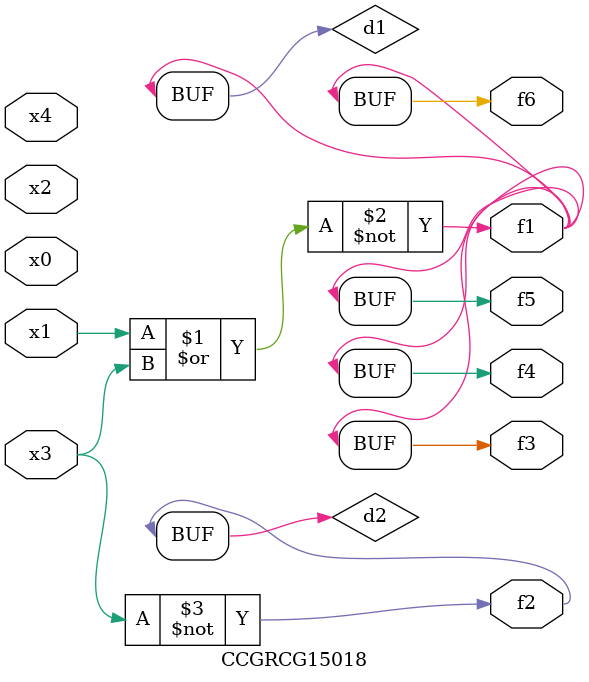
<source format=v>
module CCGRCG15018(
	input x0, x1, x2, x3, x4,
	output f1, f2, f3, f4, f5, f6
);

	wire d1, d2;

	nor (d1, x1, x3);
	not (d2, x3);
	assign f1 = d1;
	assign f2 = d2;
	assign f3 = d1;
	assign f4 = d1;
	assign f5 = d1;
	assign f6 = d1;
endmodule

</source>
